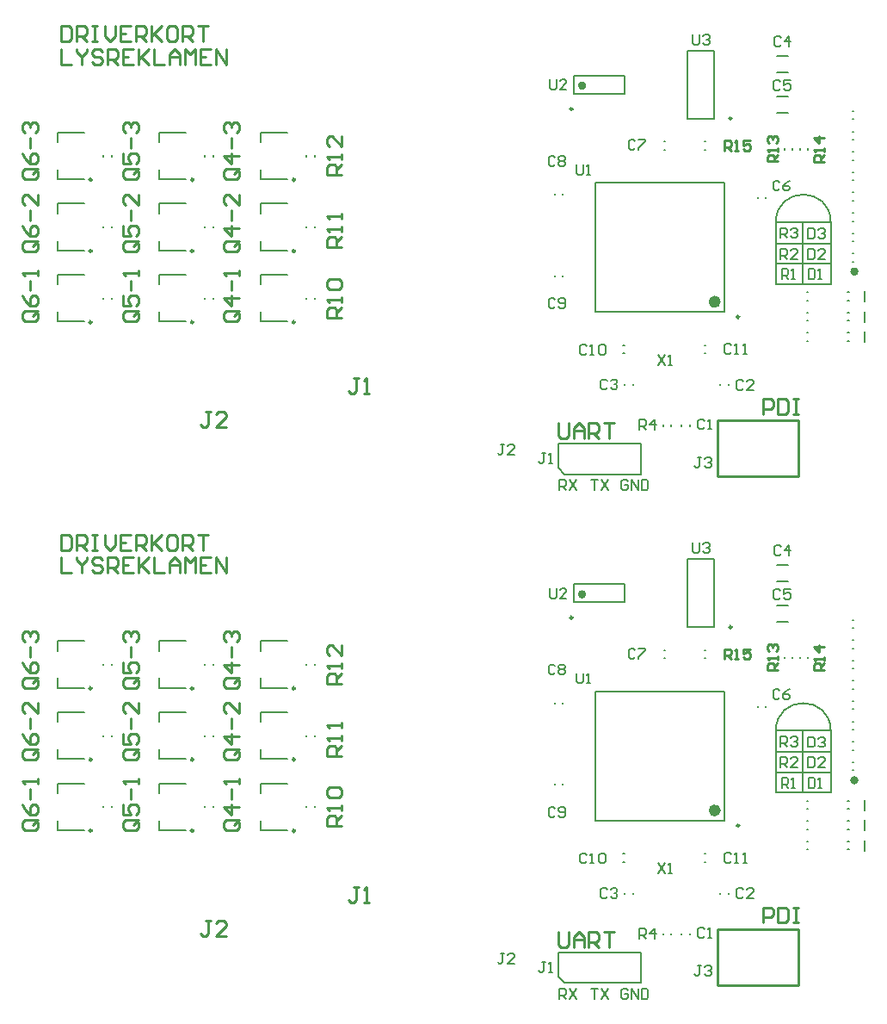
<source format=gto>
G04 Layer_Color=65535*
%FSLAX25Y25*%
%MOIN*%
G70*
G01*
G75*
%ADD24C,0.00787*%
%ADD25C,0.01575*%
%ADD26C,0.02362*%
%ADD35C,0.00984*%
%ADD36C,0.01000*%
D24*
X341634Y112205D02*
G03*
X320374Y112205I-10630J0D01*
G01*
X350197Y155118D02*
X350591D01*
X350197Y151969D02*
X350591D01*
X350197Y147244D02*
X350591D01*
X350197Y144095D02*
X350591D01*
X350197Y139370D02*
X350591D01*
X350197Y136221D02*
X350591D01*
X350197Y131496D02*
X350591D01*
X350197Y128347D02*
X350591D01*
X350197Y123622D02*
X350591D01*
X350197Y120473D02*
X350591D01*
X350197Y115748D02*
X350591D01*
X350197Y112599D02*
X350591D01*
X350197Y107874D02*
X350591D01*
X350197Y104725D02*
X350591D01*
X350197Y100000D02*
X350591D01*
X350197Y96851D02*
X350591D01*
X250591Y127362D02*
X300591D01*
X250591Y77362D02*
X300591D01*
X250591D02*
Y127362D01*
X300591Y77362D02*
Y127362D01*
X236063Y26378D02*
X267992D01*
X236063Y16988D02*
Y26378D01*
Y16988D02*
X238484Y14567D01*
X267992D01*
Y26378D01*
X286221Y178543D02*
X296457D01*
X286221Y152165D02*
X296457D01*
X286221D02*
Y178543D01*
X296457Y152165D02*
Y178543D01*
X242126Y161811D02*
X261811D01*
X242126Y168898D02*
X261811D01*
X242126Y161811D02*
Y168898D01*
X261811Y161811D02*
Y168898D01*
X279921Y33268D02*
Y33661D01*
X276772Y33268D02*
Y33661D01*
X332480Y85039D02*
X332874D01*
X332480Y81890D02*
X332874D01*
X332480Y77165D02*
X332874D01*
X332480Y74016D02*
X332874D01*
X332480Y69291D02*
X332874D01*
X332480Y66142D02*
X332874D01*
X348228Y81890D02*
X348622D01*
X348228Y85039D02*
X348622D01*
X354925Y81465D02*
Y85465D01*
X348228Y74016D02*
X348622D01*
X348228Y77165D02*
X348622D01*
X354925Y73591D02*
Y77591D01*
X348228Y66142D02*
X348622D01*
X348228Y69291D02*
X348622D01*
X354925Y65717D02*
Y69717D01*
X292717Y61417D02*
X293110D01*
X292717Y64567D02*
X293110D01*
X261221Y64567D02*
X261614D01*
X261221Y61417D02*
X261614D01*
X237795Y91142D02*
Y91536D01*
X234646Y91142D02*
Y91536D01*
X237795Y122638D02*
Y123032D01*
X234646Y122638D02*
Y123032D01*
X276969Y140158D02*
X277362D01*
X276969Y143307D02*
X277362D01*
X313386Y121358D02*
Y121752D01*
X316535Y121358D02*
Y121752D01*
X320669Y154331D02*
X325000D01*
X320669Y160630D02*
X325000D01*
X320669Y170079D02*
X325000D01*
X320669Y176378D02*
X325000D01*
X261811Y49016D02*
Y49409D01*
X264961Y49016D02*
Y49409D01*
X298819Y49016D02*
Y49409D01*
X301969Y49016D02*
Y49409D01*
X283858Y33268D02*
Y33661D01*
X287008Y33268D02*
Y33661D01*
X320374Y88189D02*
X341634D01*
Y112205D01*
X320374D02*
X341634D01*
X320374Y88189D02*
Y112205D01*
Y88189D02*
Y95965D01*
X341634D01*
X320374Y103937D02*
X341634D01*
X330709Y88189D02*
Y112205D01*
X320374Y103937D02*
Y109843D01*
X326772Y140256D02*
Y140650D01*
X323622Y140256D02*
Y140650D01*
X329724Y140256D02*
Y140650D01*
X332874Y140256D02*
Y140650D01*
X292618Y140158D02*
X293012D01*
X292618Y143307D02*
X293012D01*
X243209Y134448D02*
Y131168D01*
X243865Y130512D01*
X245177D01*
X245832Y131168D01*
Y134448D01*
X247144Y130512D02*
X248456D01*
X247800D01*
Y134448D01*
X247144Y133792D01*
X274902Y60826D02*
X277525Y56890D01*
Y60826D02*
X274902Y56890D01*
X278837D02*
X280149D01*
X279493D01*
Y60826D01*
X278837Y60170D01*
X288189Y184841D02*
Y181562D01*
X288845Y180906D01*
X290157D01*
X290813Y181562D01*
Y184841D01*
X292125Y184185D02*
X292781Y184841D01*
X294093D01*
X294749Y184185D01*
Y183529D01*
X294093Y182873D01*
X293437D01*
X294093D01*
X294749Y182218D01*
Y181562D01*
X294093Y180906D01*
X292781D01*
X292125Y181562D01*
X232677Y167322D02*
Y164042D01*
X233333Y163386D01*
X234645D01*
X235301Y164042D01*
Y167322D01*
X239237Y163386D02*
X236613D01*
X239237Y166010D01*
Y166666D01*
X238581Y167322D01*
X237269D01*
X236613Y166666D01*
X267421Y31693D02*
Y35629D01*
X269389D01*
X270045Y34973D01*
Y33661D01*
X269389Y33005D01*
X267421D01*
X268733D02*
X270045Y31693D01*
X273325D02*
Y35629D01*
X271357Y33661D01*
X273981D01*
X322244Y106004D02*
Y109940D01*
X324212D01*
X324868Y109284D01*
Y107972D01*
X324212Y107316D01*
X322244D01*
X323556D02*
X324868Y106004D01*
X326180Y109284D02*
X326836Y109940D01*
X328148D01*
X328804Y109284D01*
Y108628D01*
X328148Y107972D01*
X327492D01*
X328148D01*
X328804Y107316D01*
Y106660D01*
X328148Y106004D01*
X326836D01*
X326180Y106660D01*
X322244Y97933D02*
Y101869D01*
X324212D01*
X324868Y101213D01*
Y99901D01*
X324212Y99245D01*
X322244D01*
X323556D02*
X324868Y97933D01*
X328804D02*
X326180D01*
X328804Y100557D01*
Y101213D01*
X328148Y101869D01*
X326836D01*
X326180Y101213D01*
X322638Y90059D02*
Y93995D01*
X324606D01*
X325262Y93339D01*
Y92027D01*
X324606Y91371D01*
X322638D01*
X323950D02*
X325262Y90059D01*
X326574D02*
X327886D01*
X327229D01*
Y93995D01*
X326574Y93339D01*
X291502Y21160D02*
X290190D01*
X290846D01*
Y17880D01*
X290190Y17224D01*
X289534D01*
X288878Y17880D01*
X292814Y20504D02*
X293470Y21160D01*
X294782D01*
X295438Y20504D01*
Y19848D01*
X294782Y19192D01*
X294126D01*
X294782D01*
X295438Y18536D01*
Y17880D01*
X294782Y17224D01*
X293470D01*
X292814Y17880D01*
X215222Y25983D02*
X213910D01*
X214566D01*
Y22703D01*
X213910Y22047D01*
X213254D01*
X212598Y22703D01*
X219158Y22047D02*
X216534D01*
X219158Y24671D01*
Y25327D01*
X218502Y25983D01*
X217190D01*
X216534Y25327D01*
X231069Y22735D02*
X229757D01*
X230413D01*
Y19455D01*
X229757Y18799D01*
X229101D01*
X228445Y19455D01*
X232381Y18799D02*
X233693D01*
X233037D01*
Y22735D01*
X232381Y22079D01*
X332776Y109743D02*
Y105807D01*
X334743D01*
X335399Y106463D01*
Y109087D01*
X334743Y109743D01*
X332776D01*
X336711Y109087D02*
X337367Y109743D01*
X338679D01*
X339335Y109087D01*
Y108431D01*
X338679Y107775D01*
X338023D01*
X338679D01*
X339335Y107119D01*
Y106463D01*
X338679Y105807D01*
X337367D01*
X336711Y106463D01*
X332776Y101869D02*
Y97933D01*
X334743D01*
X335399Y98589D01*
Y101213D01*
X334743Y101869D01*
X332776D01*
X339335Y97933D02*
X336711D01*
X339335Y100557D01*
Y101213D01*
X338679Y101869D01*
X337367D01*
X336711Y101213D01*
X332973Y93995D02*
Y90059D01*
X334940D01*
X335596Y90715D01*
Y93339D01*
X334940Y93995D01*
X332973D01*
X336908Y90059D02*
X338220D01*
X337564D01*
Y93995D01*
X336908Y93339D01*
X303214Y64303D02*
X302558Y64959D01*
X301247D01*
X300591Y64303D01*
Y61680D01*
X301247Y61024D01*
X302558D01*
X303214Y61680D01*
X304526Y61024D02*
X305838D01*
X305182D01*
Y64959D01*
X304526Y64303D01*
X307806Y61024D02*
X309118D01*
X308462D01*
Y64959D01*
X307806Y64303D01*
X247112Y64107D02*
X246456Y64763D01*
X245144D01*
X244488Y64107D01*
Y61483D01*
X245144Y60827D01*
X246456D01*
X247112Y61483D01*
X248424Y60827D02*
X249736D01*
X249080D01*
Y64763D01*
X248424Y64107D01*
X251704D02*
X252360Y64763D01*
X253672D01*
X254328Y64107D01*
Y61483D01*
X253672Y60827D01*
X252360D01*
X251704Y61483D01*
Y64107D01*
X234907Y82020D02*
X234251Y82676D01*
X232939D01*
X232283Y82020D01*
Y79396D01*
X232939Y78740D01*
X234251D01*
X234907Y79396D01*
X236219D02*
X236875Y78740D01*
X238187D01*
X238843Y79396D01*
Y82020D01*
X238187Y82676D01*
X236875D01*
X236219Y82020D01*
Y81364D01*
X236875Y80708D01*
X238843D01*
X234907Y137138D02*
X234251Y137794D01*
X232939D01*
X232283Y137138D01*
Y134514D01*
X232939Y133858D01*
X234251D01*
X234907Y134514D01*
X236219Y137138D02*
X236875Y137794D01*
X238187D01*
X238843Y137138D01*
Y136482D01*
X238187Y135826D01*
X238843Y135170D01*
Y134514D01*
X238187Y133858D01*
X236875D01*
X236219Y134514D01*
Y135170D01*
X236875Y135826D01*
X236219Y136482D01*
Y137138D01*
X236875Y135826D02*
X238187D01*
X265911Y143339D02*
X265255Y143995D01*
X263943D01*
X263287Y143339D01*
Y140715D01*
X263943Y140059D01*
X265255D01*
X265911Y140715D01*
X267223Y143995D02*
X269847D01*
Y143339D01*
X267223Y140715D01*
Y140059D01*
X321915Y127591D02*
X321259Y128247D01*
X319947D01*
X319291Y127591D01*
Y124967D01*
X319947Y124311D01*
X321259D01*
X321915Y124967D01*
X325851Y128247D02*
X324539Y127591D01*
X323227Y126279D01*
Y124967D01*
X323883Y124311D01*
X325195D01*
X325851Y124967D01*
Y125623D01*
X325195Y126279D01*
X323227D01*
X322112Y166370D02*
X321456Y167026D01*
X320144D01*
X319488Y166370D01*
Y163747D01*
X320144Y163091D01*
X321456D01*
X322112Y163747D01*
X326048Y167026D02*
X323424D01*
Y165059D01*
X324736Y165714D01*
X325392D01*
X326048Y165059D01*
Y163747D01*
X325392Y163091D01*
X324080D01*
X323424Y163747D01*
X322309Y183300D02*
X321653Y183956D01*
X320341D01*
X319685Y183300D01*
Y180676D01*
X320341Y180020D01*
X321653D01*
X322309Y180676D01*
X325589Y180020D02*
Y183956D01*
X323621Y181988D01*
X326245D01*
X254986Y50622D02*
X254330Y51278D01*
X253018D01*
X252362Y50622D01*
Y47999D01*
X253018Y47343D01*
X254330D01*
X254986Y47999D01*
X256298Y50622D02*
X256954Y51278D01*
X258266D01*
X258922Y50622D01*
Y49966D01*
X258266Y49310D01*
X257610D01*
X258266D01*
X258922Y48654D01*
Y47999D01*
X258266Y47343D01*
X256954D01*
X256298Y47999D01*
X307742Y50524D02*
X307086Y51180D01*
X305774D01*
X305118Y50524D01*
Y47900D01*
X305774Y47244D01*
X307086D01*
X307742Y47900D01*
X311678Y47244D02*
X309054D01*
X311678Y49868D01*
Y50524D01*
X311022Y51180D01*
X309710D01*
X309054Y50524D01*
X292781Y35268D02*
X292125Y35924D01*
X290813D01*
X290158Y35268D01*
Y32644D01*
X290813Y31988D01*
X292125D01*
X292781Y32644D01*
X294093Y31988D02*
X295405D01*
X294749D01*
Y35924D01*
X294093Y35268D01*
X263057Y11744D02*
X262401Y12400D01*
X261089D01*
X260433Y11744D01*
Y9121D01*
X261089Y8465D01*
X262401D01*
X263057Y9121D01*
Y10432D01*
X261745D01*
X264369Y8465D02*
Y12400D01*
X266993Y8465D01*
Y12400D01*
X268305D02*
Y8465D01*
X270272D01*
X270928Y9121D01*
Y11744D01*
X270272Y12400D01*
X268305D01*
X248819D02*
X251443D01*
X250131D01*
Y8465D01*
X252755Y12400D02*
X255379Y8465D01*
Y12400D02*
X252755Y8465D01*
X236417D02*
Y12400D01*
X238385D01*
X239041Y11744D01*
Y10432D01*
X238385Y9777D01*
X236417D01*
X237729D02*
X239041Y8465D01*
X240353Y12400D02*
X242977Y8465D01*
Y12400D02*
X240353Y8465D01*
X341634Y309055D02*
G03*
X320374Y309055I-10630J0D01*
G01*
X350197Y351969D02*
X350591D01*
X350197Y348819D02*
X350591D01*
X350197Y344095D02*
X350591D01*
X350197Y340945D02*
X350591D01*
X350197Y336221D02*
X350591D01*
X350197Y333071D02*
X350591D01*
X350197Y328346D02*
X350591D01*
X350197Y325197D02*
X350591D01*
X350197Y320473D02*
X350591D01*
X350197Y317323D02*
X350591D01*
X350197Y312598D02*
X350591D01*
X350197Y309449D02*
X350591D01*
X350197Y304725D02*
X350591D01*
X350197Y301575D02*
X350591D01*
X350197Y296850D02*
X350591D01*
X350197Y293701D02*
X350591D01*
X250591Y324213D02*
X300591D01*
X250591Y274213D02*
X300591D01*
X250591D02*
Y324213D01*
X300591Y274213D02*
Y324213D01*
X236063Y223228D02*
X267992D01*
X236063Y213839D02*
Y223228D01*
Y213839D02*
X238484Y211417D01*
X267992D01*
Y223228D01*
X286221Y375394D02*
X296457D01*
X286221Y349016D02*
X296457D01*
X286221D02*
Y375394D01*
X296457Y349016D02*
Y375394D01*
X242126Y358662D02*
X261811D01*
X242126Y365748D02*
X261811D01*
X242126Y358662D02*
Y365748D01*
X261811Y358662D02*
Y365748D01*
X279921Y230118D02*
Y230512D01*
X276772Y230118D02*
Y230512D01*
X332480Y281890D02*
X332874D01*
X332480Y278740D02*
X332874D01*
X332480Y274016D02*
X332874D01*
X332480Y270866D02*
X332874D01*
X332480Y266142D02*
X332874D01*
X332480Y262992D02*
X332874D01*
X348228Y278740D02*
X348622D01*
X348228Y281890D02*
X348622D01*
X354925Y278315D02*
Y282315D01*
X348228Y270866D02*
X348622D01*
X348228Y274016D02*
X348622D01*
X354925Y270441D02*
Y274441D01*
X348228Y262992D02*
X348622D01*
X348228Y266142D02*
X348622D01*
X354925Y262567D02*
Y266567D01*
X292717Y258268D02*
X293110D01*
X292717Y261417D02*
X293110D01*
X261221Y261417D02*
X261614D01*
X261221Y258268D02*
X261614D01*
X237795Y287992D02*
Y288386D01*
X234646Y287992D02*
Y288386D01*
X237795Y319488D02*
Y319882D01*
X234646Y319488D02*
Y319882D01*
X276969Y337008D02*
X277362D01*
X276969Y340158D02*
X277362D01*
X313386Y318209D02*
Y318602D01*
X316535Y318209D02*
Y318602D01*
X320669Y351181D02*
X325000D01*
X320669Y357480D02*
X325000D01*
X320669Y366929D02*
X325000D01*
X320669Y373228D02*
X325000D01*
X261811Y245866D02*
Y246260D01*
X264961Y245866D02*
Y246260D01*
X298819Y245866D02*
Y246260D01*
X301969Y245866D02*
Y246260D01*
X283858Y230118D02*
Y230512D01*
X287008Y230118D02*
Y230512D01*
X320374Y285039D02*
X341634D01*
Y309055D01*
X320374D02*
X341634D01*
X320374Y285039D02*
Y309055D01*
Y285039D02*
Y292815D01*
X341634D01*
X320374Y300787D02*
X341634D01*
X330709Y285039D02*
Y309055D01*
X320374Y300787D02*
Y306693D01*
X326772Y337106D02*
Y337500D01*
X323622Y337106D02*
Y337500D01*
X329724Y337106D02*
Y337500D01*
X332874Y337106D02*
Y337500D01*
X292618Y337008D02*
X293012D01*
X292618Y340158D02*
X293012D01*
X243209Y331298D02*
Y328018D01*
X243865Y327362D01*
X245177D01*
X245832Y328018D01*
Y331298D01*
X247144Y327362D02*
X248456D01*
X247800D01*
Y331298D01*
X247144Y330642D01*
X274902Y257676D02*
X277525Y253740D01*
Y257676D02*
X274902Y253740D01*
X278837D02*
X280149D01*
X279493D01*
Y257676D01*
X278837Y257020D01*
X288189Y381692D02*
Y378412D01*
X288845Y377756D01*
X290157D01*
X290813Y378412D01*
Y381692D01*
X292125Y381036D02*
X292781Y381692D01*
X294093D01*
X294749Y381036D01*
Y380380D01*
X294093Y379724D01*
X293437D01*
X294093D01*
X294749Y379068D01*
Y378412D01*
X294093Y377756D01*
X292781D01*
X292125Y378412D01*
X232677Y364172D02*
Y360892D01*
X233333Y360236D01*
X234645D01*
X235301Y360892D01*
Y364172D01*
X239237Y360236D02*
X236613D01*
X239237Y362860D01*
Y363516D01*
X238581Y364172D01*
X237269D01*
X236613Y363516D01*
X267421Y228543D02*
Y232479D01*
X269389D01*
X270045Y231823D01*
Y230511D01*
X269389Y229855D01*
X267421D01*
X268733D02*
X270045Y228543D01*
X273325D02*
Y232479D01*
X271357Y230511D01*
X273981D01*
X322244Y302854D02*
Y306790D01*
X324212D01*
X324868Y306134D01*
Y304822D01*
X324212Y304166D01*
X322244D01*
X323556D02*
X324868Y302854D01*
X326180Y306134D02*
X326836Y306790D01*
X328148D01*
X328804Y306134D01*
Y305478D01*
X328148Y304822D01*
X327492D01*
X328148D01*
X328804Y304166D01*
Y303510D01*
X328148Y302854D01*
X326836D01*
X326180Y303510D01*
X322244Y294783D02*
Y298719D01*
X324212D01*
X324868Y298063D01*
Y296751D01*
X324212Y296095D01*
X322244D01*
X323556D02*
X324868Y294783D01*
X328804D02*
X326180D01*
X328804Y297407D01*
Y298063D01*
X328148Y298719D01*
X326836D01*
X326180Y298063D01*
X322638Y286910D02*
Y290845D01*
X324606D01*
X325262Y290189D01*
Y288877D01*
X324606Y288221D01*
X322638D01*
X323950D02*
X325262Y286910D01*
X326574D02*
X327886D01*
X327229D01*
Y290845D01*
X326574Y290189D01*
X291502Y218011D02*
X290190D01*
X290846D01*
Y214731D01*
X290190Y214075D01*
X289534D01*
X288878Y214731D01*
X292814Y217355D02*
X293470Y218011D01*
X294782D01*
X295438Y217355D01*
Y216699D01*
X294782Y216043D01*
X294126D01*
X294782D01*
X295438Y215387D01*
Y214731D01*
X294782Y214075D01*
X293470D01*
X292814Y214731D01*
X215222Y222833D02*
X213910D01*
X214566D01*
Y219554D01*
X213910Y218898D01*
X213254D01*
X212598Y219554D01*
X219158Y218898D02*
X216534D01*
X219158Y221521D01*
Y222178D01*
X218502Y222833D01*
X217190D01*
X216534Y222178D01*
X231069Y219585D02*
X229757D01*
X230413D01*
Y216306D01*
X229757Y215650D01*
X229101D01*
X228445Y216306D01*
X232381Y215650D02*
X233693D01*
X233037D01*
Y219585D01*
X232381Y218929D01*
X332776Y306593D02*
Y302658D01*
X334743D01*
X335399Y303313D01*
Y305937D01*
X334743Y306593D01*
X332776D01*
X336711Y305937D02*
X337367Y306593D01*
X338679D01*
X339335Y305937D01*
Y305281D01*
X338679Y304625D01*
X338023D01*
X338679D01*
X339335Y303970D01*
Y303313D01*
X338679Y302658D01*
X337367D01*
X336711Y303313D01*
X332776Y298719D02*
Y294783D01*
X334743D01*
X335399Y295440D01*
Y298063D01*
X334743Y298719D01*
X332776D01*
X339335Y294783D02*
X336711D01*
X339335Y297407D01*
Y298063D01*
X338679Y298719D01*
X337367D01*
X336711Y298063D01*
X332973Y290845D02*
Y286910D01*
X334940D01*
X335596Y287565D01*
Y290189D01*
X334940Y290845D01*
X332973D01*
X336908Y286910D02*
X338220D01*
X337564D01*
Y290845D01*
X336908Y290189D01*
X303214Y261154D02*
X302558Y261810D01*
X301247D01*
X300591Y261154D01*
Y258530D01*
X301247Y257874D01*
X302558D01*
X303214Y258530D01*
X304526Y257874D02*
X305838D01*
X305182D01*
Y261810D01*
X304526Y261154D01*
X307806Y257874D02*
X309118D01*
X308462D01*
Y261810D01*
X307806Y261154D01*
X247112Y260957D02*
X246456Y261613D01*
X245144D01*
X244488Y260957D01*
Y258333D01*
X245144Y257677D01*
X246456D01*
X247112Y258333D01*
X248424Y257677D02*
X249736D01*
X249080D01*
Y261613D01*
X248424Y260957D01*
X251704D02*
X252360Y261613D01*
X253672D01*
X254328Y260957D01*
Y258333D01*
X253672Y257677D01*
X252360D01*
X251704Y258333D01*
Y260957D01*
X234907Y278870D02*
X234251Y279526D01*
X232939D01*
X232283Y278870D01*
Y276247D01*
X232939Y275591D01*
X234251D01*
X234907Y276247D01*
X236219D02*
X236875Y275591D01*
X238187D01*
X238843Y276247D01*
Y278870D01*
X238187Y279526D01*
X236875D01*
X236219Y278870D01*
Y278214D01*
X236875Y277558D01*
X238843D01*
X234907Y333988D02*
X234251Y334645D01*
X232939D01*
X232283Y333988D01*
Y331365D01*
X232939Y330709D01*
X234251D01*
X234907Y331365D01*
X236219Y333988D02*
X236875Y334645D01*
X238187D01*
X238843Y333988D01*
Y333332D01*
X238187Y332677D01*
X238843Y332021D01*
Y331365D01*
X238187Y330709D01*
X236875D01*
X236219Y331365D01*
Y332021D01*
X236875Y332677D01*
X236219Y333332D01*
Y333988D01*
X236875Y332677D02*
X238187D01*
X265911Y340189D02*
X265255Y340845D01*
X263943D01*
X263287Y340189D01*
Y337565D01*
X263943Y336910D01*
X265255D01*
X265911Y337565D01*
X267223Y340845D02*
X269847D01*
Y340189D01*
X267223Y337565D01*
Y336910D01*
X321915Y324441D02*
X321259Y325097D01*
X319947D01*
X319291Y324441D01*
Y321817D01*
X319947Y321162D01*
X321259D01*
X321915Y321817D01*
X325851Y325097D02*
X324539Y324441D01*
X323227Y323129D01*
Y321817D01*
X323883Y321162D01*
X325195D01*
X325851Y321817D01*
Y322473D01*
X325195Y323129D01*
X323227D01*
X322112Y363221D02*
X321456Y363877D01*
X320144D01*
X319488Y363221D01*
Y360597D01*
X320144Y359941D01*
X321456D01*
X322112Y360597D01*
X326048Y363877D02*
X323424D01*
Y361909D01*
X324736Y362565D01*
X325392D01*
X326048Y361909D01*
Y360597D01*
X325392Y359941D01*
X324080D01*
X323424Y360597D01*
X322309Y380150D02*
X321653Y380806D01*
X320341D01*
X319685Y380150D01*
Y377526D01*
X320341Y376870D01*
X321653D01*
X322309Y377526D01*
X325589Y376870D02*
Y380806D01*
X323621Y378838D01*
X326245D01*
X254986Y247473D02*
X254330Y248129D01*
X253018D01*
X252362Y247473D01*
Y244849D01*
X253018Y244193D01*
X254330D01*
X254986Y244849D01*
X256298Y247473D02*
X256954Y248129D01*
X258266D01*
X258922Y247473D01*
Y246817D01*
X258266Y246161D01*
X257610D01*
X258266D01*
X258922Y245505D01*
Y244849D01*
X258266Y244193D01*
X256954D01*
X256298Y244849D01*
X307742Y247374D02*
X307086Y248030D01*
X305774D01*
X305118Y247374D01*
Y244750D01*
X305774Y244095D01*
X307086D01*
X307742Y244750D01*
X311678Y244095D02*
X309054D01*
X311678Y246718D01*
Y247374D01*
X311022Y248030D01*
X309710D01*
X309054Y247374D01*
X292781Y232118D02*
X292125Y232774D01*
X290813D01*
X290158Y232118D01*
Y229495D01*
X290813Y228839D01*
X292125D01*
X292781Y229495D01*
X294093Y228839D02*
X295405D01*
X294749D01*
Y232774D01*
X294093Y232118D01*
X263057Y208595D02*
X262401Y209251D01*
X261089D01*
X260433Y208595D01*
Y205971D01*
X261089Y205315D01*
X262401D01*
X263057Y205971D01*
Y207283D01*
X261745D01*
X264369Y205315D02*
Y209251D01*
X266993Y205315D01*
Y209251D01*
X268305D02*
Y205315D01*
X270272D01*
X270928Y205971D01*
Y208595D01*
X270272Y209251D01*
X268305D01*
X248819D02*
X251443D01*
X250131D01*
Y205315D01*
X252755Y209251D02*
X255379Y205315D01*
Y209251D02*
X252755Y205315D01*
X236417D02*
Y209251D01*
X238385D01*
X239041Y208595D01*
Y207283D01*
X238385Y206627D01*
X236417D01*
X237729D02*
X239041Y205315D01*
X240353Y209251D02*
X242977Y205315D01*
Y209251D02*
X240353Y205315D01*
X62992Y137599D02*
Y137992D01*
X59843Y137599D02*
Y137992D01*
X102362Y137599D02*
Y137992D01*
X99213Y137599D02*
Y137992D01*
X102362Y110039D02*
Y110433D01*
X99213Y110039D02*
Y110433D01*
X102362Y82480D02*
Y82874D01*
X99213Y82480D02*
Y82874D01*
X42037Y87992D02*
Y91732D01*
X52274D01*
X42037Y73622D02*
Y77362D01*
Y73622D02*
X52274D01*
X42037Y115551D02*
Y119291D01*
X52274D01*
X42037Y101181D02*
Y104921D01*
Y101181D02*
X52274D01*
X42037Y143110D02*
Y146851D01*
X52274D01*
X42037Y128740D02*
Y132480D01*
Y128740D02*
X52274D01*
X62992Y82480D02*
Y82874D01*
X59843Y82480D02*
Y82874D01*
X62992Y110039D02*
Y110433D01*
X59843Y110039D02*
Y110433D01*
X81407Y143110D02*
Y146851D01*
X91644D01*
X81407Y128740D02*
Y132480D01*
Y128740D02*
X91644D01*
X81407Y115551D02*
Y119291D01*
X91644D01*
X81407Y101181D02*
Y104921D01*
Y101181D02*
X91644D01*
X81407Y87992D02*
Y91732D01*
X91644D01*
X81407Y73622D02*
Y77362D01*
Y73622D02*
X91644D01*
X120778Y87992D02*
Y91732D01*
X131014D01*
X120778Y73622D02*
Y77362D01*
Y73622D02*
X131014D01*
X120778Y115551D02*
Y119291D01*
X131014D01*
X120778Y101181D02*
Y104921D01*
Y101181D02*
X131014D01*
X120778Y143110D02*
Y146851D01*
X131014D01*
X120778Y128740D02*
Y132480D01*
Y128740D02*
X131014D01*
X141732Y137599D02*
Y137992D01*
X138583Y137599D02*
Y137992D01*
X141732Y110039D02*
Y110433D01*
X138583Y110039D02*
Y110433D01*
X141732Y82480D02*
Y82874D01*
X138583Y82480D02*
Y82874D01*
X62992Y334449D02*
Y334843D01*
X59843Y334449D02*
Y334843D01*
X102362Y334449D02*
Y334843D01*
X99213Y334449D02*
Y334843D01*
X102362Y306890D02*
Y307283D01*
X99213Y306890D02*
Y307283D01*
X102362Y279331D02*
Y279725D01*
X99213Y279331D02*
Y279725D01*
X42037Y284843D02*
Y288583D01*
X52274D01*
X42037Y270473D02*
Y274213D01*
Y270473D02*
X52274D01*
X42037Y312402D02*
Y316142D01*
X52274D01*
X42037Y298031D02*
Y301772D01*
Y298031D02*
X52274D01*
X42037Y339961D02*
Y343701D01*
X52274D01*
X42037Y325591D02*
Y329331D01*
Y325591D02*
X52274D01*
X62992Y279331D02*
Y279725D01*
X59843Y279331D02*
Y279725D01*
X62992Y306890D02*
Y307283D01*
X59843Y306890D02*
Y307283D01*
X81407Y339961D02*
Y343701D01*
X91644D01*
X81407Y325591D02*
Y329331D01*
Y325591D02*
X91644D01*
X81407Y312402D02*
Y316142D01*
X91644D01*
X81407Y298031D02*
Y301772D01*
Y298031D02*
X91644D01*
X81407Y284843D02*
Y288583D01*
X91644D01*
X81407Y270473D02*
Y274213D01*
Y270473D02*
X91644D01*
X120778Y284843D02*
Y288583D01*
X131014D01*
X120778Y270473D02*
Y274213D01*
Y270473D02*
X131014D01*
X120778Y312402D02*
Y316142D01*
X131014D01*
X120778Y298031D02*
Y301772D01*
Y298031D02*
X131014D01*
X120778Y339961D02*
Y343701D01*
X131014D01*
X120778Y325591D02*
Y329331D01*
Y325591D02*
X131014D01*
X141732Y334449D02*
Y334843D01*
X138583Y334449D02*
Y334843D01*
X141732Y306890D02*
Y307283D01*
X138583Y306890D02*
Y307283D01*
X141732Y279331D02*
Y279725D01*
X138583Y279331D02*
Y279725D01*
D25*
X246063Y164961D02*
G03*
X246063Y164961I-787J0D01*
G01*
X351575Y93012D02*
G03*
X351575Y93012I-787J0D01*
G01*
X246063Y361811D02*
G03*
X246063Y361811I-787J0D01*
G01*
X351575Y289862D02*
G03*
X351575Y289862I-787J0D01*
G01*
D26*
X297835Y81299D02*
G03*
X297835Y81299I-1181J0D01*
G01*
Y278150D02*
G03*
X297835Y278150I-1181J0D01*
G01*
D35*
X306201Y75492D02*
G03*
X306201Y75492I-492J0D01*
G01*
X303248Y152264D02*
G03*
X303248Y152264I-492J0D01*
G01*
X241614Y155906D02*
G03*
X241614Y155906I-492J0D01*
G01*
X306201Y272343D02*
G03*
X306201Y272343I-492J0D01*
G01*
X303248Y349114D02*
G03*
X303248Y349114I-492J0D01*
G01*
X241614Y352756D02*
G03*
X241614Y352756I-492J0D01*
G01*
X55325Y73425D02*
G03*
X55325Y73425I-492J0D01*
G01*
Y100984D02*
G03*
X55325Y100984I-492J0D01*
G01*
Y128543D02*
G03*
X55325Y128543I-492J0D01*
G01*
X94695D02*
G03*
X94695Y128543I-492J0D01*
G01*
Y100984D02*
G03*
X94695Y100984I-492J0D01*
G01*
Y73425D02*
G03*
X94695Y73425I-492J0D01*
G01*
X134065D02*
G03*
X134065Y73425I-492J0D01*
G01*
Y100984D02*
G03*
X134065Y100984I-492J0D01*
G01*
Y128543D02*
G03*
X134065Y128543I-492J0D01*
G01*
X55325Y270276D02*
G03*
X55325Y270276I-492J0D01*
G01*
Y297835D02*
G03*
X55325Y297835I-492J0D01*
G01*
Y325394D02*
G03*
X55325Y325394I-492J0D01*
G01*
X94695D02*
G03*
X94695Y325394I-492J0D01*
G01*
Y297835D02*
G03*
X94695Y297835I-492J0D01*
G01*
Y270276D02*
G03*
X94695Y270276I-492J0D01*
G01*
X134065D02*
G03*
X134065Y270276I-492J0D01*
G01*
Y297835D02*
G03*
X134065Y297835I-492J0D01*
G01*
Y325394D02*
G03*
X134065Y325394I-492J0D01*
G01*
D36*
X329134Y13780D02*
Y35433D01*
X327953D02*
X329134D01*
X297638D02*
X327953D01*
X297638Y13780D02*
Y35433D01*
Y13780D02*
X329134D01*
X339173Y135532D02*
X335238D01*
Y137499D01*
X335894Y138155D01*
X337205D01*
X337861Y137499D01*
Y135532D01*
Y136844D02*
X339173Y138155D01*
Y139467D02*
Y140779D01*
Y140123D01*
X335238D01*
X335894Y139467D01*
X339173Y144715D02*
X335238D01*
X337205Y142747D01*
Y145371D01*
X321063Y135630D02*
X317127D01*
Y137598D01*
X317783Y138254D01*
X319095D01*
X319751Y137598D01*
Y135630D01*
Y136942D02*
X321063Y138254D01*
Y139566D02*
Y140878D01*
Y140222D01*
X317127D01*
X317783Y139566D01*
Y142845D02*
X317127Y143501D01*
Y144813D01*
X317783Y145469D01*
X318439D01*
X319095Y144813D01*
Y144157D01*
Y144813D01*
X319751Y145469D01*
X320407D01*
X321063Y144813D01*
Y143501D01*
X320407Y142845D01*
X300591Y139862D02*
Y143798D01*
X302558D01*
X303214Y143142D01*
Y141830D01*
X302558Y141174D01*
X300591D01*
X301903D02*
X303214Y139862D01*
X304526D02*
X305838D01*
X305182D01*
Y143798D01*
X304526Y143142D01*
X310430Y143798D02*
X307806D01*
Y141830D01*
X309118Y142486D01*
X309774D01*
X310430Y141830D01*
Y140518D01*
X309774Y139862D01*
X308462D01*
X307806Y140518D01*
X236122Y34349D02*
Y29429D01*
X237106Y28445D01*
X239074D01*
X240058Y29429D01*
Y34349D01*
X242026Y28445D02*
Y32381D01*
X243994Y34349D01*
X245961Y32381D01*
Y28445D01*
Y31397D01*
X242026D01*
X247929Y28445D02*
Y34349D01*
X250881D01*
X251865Y33365D01*
Y31397D01*
X250881Y30413D01*
X247929D01*
X249897D02*
X251865Y28445D01*
X253833Y34349D02*
X257769D01*
X255801D01*
Y28445D01*
X315354Y37894D02*
Y43797D01*
X318306D01*
X319290Y42813D01*
Y40846D01*
X318306Y39862D01*
X315354D01*
X321258Y43797D02*
Y37894D01*
X324210D01*
X325194Y38878D01*
Y42813D01*
X324210Y43797D01*
X321258D01*
X327162D02*
X329129D01*
X328146D01*
Y37894D01*
X327162D01*
X329129D01*
X329134Y210630D02*
Y232283D01*
X327953D02*
X329134D01*
X297638D02*
X327953D01*
X297638Y210630D02*
Y232283D01*
Y210630D02*
X329134D01*
X339173Y332382D02*
X335238D01*
Y334350D01*
X335894Y335006D01*
X337205D01*
X337861Y334350D01*
Y332382D01*
Y333694D02*
X339173Y335006D01*
Y336318D02*
Y337630D01*
Y336974D01*
X335238D01*
X335894Y336318D01*
X339173Y341565D02*
X335238D01*
X337205Y339598D01*
Y342221D01*
X321063Y332480D02*
X317127D01*
Y334448D01*
X317783Y335104D01*
X319095D01*
X319751Y334448D01*
Y332480D01*
Y333792D02*
X321063Y335104D01*
Y336416D02*
Y337728D01*
Y337072D01*
X317127D01*
X317783Y336416D01*
Y339696D02*
X317127Y340352D01*
Y341664D01*
X317783Y342320D01*
X318439D01*
X319095Y341664D01*
Y341008D01*
Y341664D01*
X319751Y342320D01*
X320407D01*
X321063Y341664D01*
Y340352D01*
X320407Y339696D01*
X300591Y336713D02*
Y340648D01*
X302558D01*
X303214Y339992D01*
Y338681D01*
X302558Y338025D01*
X300591D01*
X301903D02*
X303214Y336713D01*
X304526D02*
X305838D01*
X305182D01*
Y340648D01*
X304526Y339992D01*
X310430Y340648D02*
X307806D01*
Y338681D01*
X309118Y339336D01*
X309774D01*
X310430Y338681D01*
Y337369D01*
X309774Y336713D01*
X308462D01*
X307806Y337369D01*
X236122Y231199D02*
Y226279D01*
X237106Y225295D01*
X239074D01*
X240058Y226279D01*
Y231199D01*
X242026Y225295D02*
Y229231D01*
X243994Y231199D01*
X245961Y229231D01*
Y225295D01*
Y228247D01*
X242026D01*
X247929Y225295D02*
Y231199D01*
X250881D01*
X251865Y230215D01*
Y228247D01*
X250881Y227263D01*
X247929D01*
X249897D02*
X251865Y225295D01*
X253833Y231199D02*
X257769D01*
X255801D01*
Y225295D01*
X315354Y234744D02*
Y240648D01*
X318306D01*
X319290Y239664D01*
Y237696D01*
X318306Y236712D01*
X315354D01*
X321258Y240648D02*
Y234744D01*
X324210D01*
X325194Y235728D01*
Y239664D01*
X324210Y240648D01*
X321258D01*
X327162D02*
X329129D01*
X328146D01*
Y234744D01*
X327162D01*
X329129D01*
X152264Y130315D02*
X146266D01*
Y133314D01*
X147265Y134314D01*
X149265D01*
X150264Y133314D01*
Y130315D01*
Y132314D02*
X152264Y134314D01*
Y136313D02*
Y138312D01*
Y137313D01*
X146266D01*
X147265Y136313D01*
X152264Y145310D02*
Y141311D01*
X148265Y145310D01*
X147265D01*
X146266Y144310D01*
Y142311D01*
X147265Y141311D01*
X152264Y102461D02*
X146266D01*
Y105460D01*
X147265Y106459D01*
X149265D01*
X150264Y105460D01*
Y102461D01*
Y104460D02*
X152264Y106459D01*
Y108459D02*
Y110458D01*
Y109458D01*
X146266D01*
X147265Y108459D01*
X152264Y113457D02*
Y115456D01*
Y114457D01*
X146266D01*
X147265Y113457D01*
X152264Y75197D02*
X146266D01*
Y78196D01*
X147265Y79195D01*
X149265D01*
X150264Y78196D01*
Y75197D01*
Y77196D02*
X152264Y79195D01*
Y81195D02*
Y83194D01*
Y82195D01*
X146266D01*
X147265Y81195D01*
Y86193D02*
X146266Y87193D01*
Y89192D01*
X147265Y90192D01*
X151264D01*
X152264Y89192D01*
Y87193D01*
X151264Y86193D01*
X147265D01*
X33449Y132739D02*
X29450D01*
X28451Y131739D01*
Y129740D01*
X29450Y128740D01*
X33449D01*
X34449Y129740D01*
Y131739D01*
X32449Y130739D02*
X34449Y132739D01*
Y131739D02*
X33449Y132739D01*
X28451Y138737D02*
X29450Y136738D01*
X31450Y134738D01*
X33449D01*
X34449Y135738D01*
Y137737D01*
X33449Y138737D01*
X32449D01*
X31450Y137737D01*
Y134738D01*
Y140736D02*
Y144735D01*
X29450Y146734D02*
X28451Y147734D01*
Y149733D01*
X29450Y150733D01*
X30450D01*
X31450Y149733D01*
Y148734D01*
Y149733D01*
X32449Y150733D01*
X33449D01*
X34449Y149733D01*
Y147734D01*
X33449Y146734D01*
X33449Y104885D02*
X29450D01*
X28451Y103885D01*
Y101885D01*
X29450Y100886D01*
X33449D01*
X34449Y101885D01*
Y103885D01*
X32449Y102885D02*
X34449Y104885D01*
Y103885D02*
X33449Y104885D01*
X28451Y110882D02*
X29450Y108883D01*
X31450Y106884D01*
X33449D01*
X34449Y107884D01*
Y109883D01*
X33449Y110882D01*
X32449D01*
X31450Y109883D01*
Y106884D01*
Y112882D02*
Y116881D01*
X34449Y122879D02*
Y118880D01*
X30450Y122879D01*
X29450D01*
X28451Y121879D01*
Y119880D01*
X29450Y118880D01*
X33449Y77621D02*
X29450D01*
X28451Y76621D01*
Y74622D01*
X29450Y73622D01*
X33449D01*
X34449Y74622D01*
Y76621D01*
X32449Y75621D02*
X34449Y77621D01*
Y76621D02*
X33449Y77621D01*
X28451Y83619D02*
X29450Y81619D01*
X31450Y79620D01*
X33449D01*
X34449Y80620D01*
Y82619D01*
X33449Y83619D01*
X32449D01*
X31450Y82619D01*
Y79620D01*
Y85618D02*
Y89617D01*
X34449Y91616D02*
Y93616D01*
Y92616D01*
X28451D01*
X29450Y91616D01*
X72426Y132739D02*
X68427D01*
X67427Y131739D01*
Y129740D01*
X68427Y128740D01*
X72426D01*
X73425Y129740D01*
Y131739D01*
X71426Y130739D02*
X73425Y132739D01*
Y131739D02*
X72426Y132739D01*
X67427Y138737D02*
Y134738D01*
X70426D01*
X69426Y136738D01*
Y137737D01*
X70426Y138737D01*
X72426D01*
X73425Y137737D01*
Y135738D01*
X72426Y134738D01*
X70426Y140736D02*
Y144735D01*
X68427Y146734D02*
X67427Y147734D01*
Y149733D01*
X68427Y150733D01*
X69426D01*
X70426Y149733D01*
Y148734D01*
Y149733D01*
X71426Y150733D01*
X72426D01*
X73425Y149733D01*
Y147734D01*
X72426Y146734D01*
X72426Y104885D02*
X68427D01*
X67427Y103885D01*
Y101885D01*
X68427Y100886D01*
X72426D01*
X73425Y101885D01*
Y103885D01*
X71426Y102885D02*
X73425Y104885D01*
Y103885D02*
X72426Y104885D01*
X67427Y110882D02*
Y106884D01*
X70426D01*
X69426Y108883D01*
Y109883D01*
X70426Y110882D01*
X72426D01*
X73425Y109883D01*
Y107884D01*
X72426Y106884D01*
X70426Y112882D02*
Y116881D01*
X73425Y122879D02*
Y118880D01*
X69426Y122879D01*
X68427D01*
X67427Y121879D01*
Y119880D01*
X68427Y118880D01*
X72426Y77621D02*
X68427D01*
X67427Y76621D01*
Y74622D01*
X68427Y73622D01*
X72426D01*
X73425Y74622D01*
Y76621D01*
X71426Y75621D02*
X73425Y77621D01*
Y76621D02*
X72426Y77621D01*
X67427Y83619D02*
Y79620D01*
X70426D01*
X69426Y81619D01*
Y82619D01*
X70426Y83619D01*
X72426D01*
X73425Y82619D01*
Y80620D01*
X72426Y79620D01*
X70426Y85618D02*
Y89617D01*
X73425Y91616D02*
Y93616D01*
Y92616D01*
X67427D01*
X68427Y91616D01*
X111402Y132739D02*
X107403D01*
X106404Y131739D01*
Y129740D01*
X107403Y128740D01*
X111402D01*
X112401Y129740D01*
Y131739D01*
X110402Y130739D02*
X112401Y132739D01*
Y131739D02*
X111402Y132739D01*
X112401Y137737D02*
X106404D01*
X109403Y134738D01*
Y138737D01*
Y140736D02*
Y144735D01*
X107403Y146734D02*
X106404Y147734D01*
Y149733D01*
X107403Y150733D01*
X108403D01*
X109403Y149733D01*
Y148734D01*
Y149733D01*
X110402Y150733D01*
X111402D01*
X112401Y149733D01*
Y147734D01*
X111402Y146734D01*
Y104885D02*
X107403D01*
X106404Y103885D01*
Y101885D01*
X107403Y100886D01*
X111402D01*
X112401Y101885D01*
Y103885D01*
X110402Y102885D02*
X112401Y104885D01*
Y103885D02*
X111402Y104885D01*
X112401Y109883D02*
X106404D01*
X109403Y106884D01*
Y110883D01*
Y112882D02*
Y116881D01*
X112401Y122879D02*
Y118880D01*
X108403Y122879D01*
X107403D01*
X106404Y121879D01*
Y119880D01*
X107403Y118880D01*
X111402Y77621D02*
X107403D01*
X106404Y76621D01*
Y74622D01*
X107403Y73622D01*
X111402D01*
X112401Y74622D01*
Y76621D01*
X110402Y75621D02*
X112401Y77621D01*
Y76621D02*
X111402Y77621D01*
X112401Y82619D02*
X106404D01*
X109403Y79620D01*
Y83619D01*
Y85618D02*
Y89617D01*
X112401Y91616D02*
Y93616D01*
Y92616D01*
X106404D01*
X107403Y91616D01*
X101440Y38675D02*
X99440D01*
X100440D01*
Y33677D01*
X99440Y32677D01*
X98441D01*
X97441Y33677D01*
X107438Y32677D02*
X103439D01*
X107438Y36676D01*
Y37675D01*
X106438Y38675D01*
X104439D01*
X103439Y37675D01*
X158723Y51766D02*
X156724D01*
X157723D01*
Y46767D01*
X156724Y45768D01*
X155724D01*
X154724Y46767D01*
X160722Y45768D02*
X162722D01*
X161722D01*
Y51766D01*
X160722Y50766D01*
X43307Y179226D02*
Y173228D01*
X47306D01*
X49305Y179226D02*
Y178227D01*
X51305Y176227D01*
X53304Y178227D01*
Y179226D01*
X51305Y176227D02*
Y173228D01*
X59302Y178227D02*
X58302Y179226D01*
X56303D01*
X55303Y178227D01*
Y177227D01*
X56303Y176227D01*
X58302D01*
X59302Y175228D01*
Y174228D01*
X58302Y173228D01*
X56303D01*
X55303Y174228D01*
X61301Y173228D02*
Y179226D01*
X64300D01*
X65300Y178227D01*
Y176227D01*
X64300Y175228D01*
X61301D01*
X63301D02*
X65300Y173228D01*
X71298Y179226D02*
X67299D01*
Y173228D01*
X71298D01*
X67299Y176227D02*
X69299D01*
X73297Y179226D02*
Y173228D01*
Y175228D01*
X77296Y179226D01*
X74297Y176227D01*
X77296Y173228D01*
X79295Y179226D02*
Y173228D01*
X83294D01*
X85294D02*
Y177227D01*
X87293Y179226D01*
X89292Y177227D01*
Y173228D01*
Y176227D01*
X85294D01*
X91292Y173228D02*
Y179226D01*
X93291Y177227D01*
X95290Y179226D01*
Y173228D01*
X101288Y179226D02*
X97290D01*
Y173228D01*
X101288D01*
X97290Y176227D02*
X99289D01*
X103288Y173228D02*
Y179226D01*
X107286Y173228D01*
Y179226D01*
X43307Y188085D02*
Y182087D01*
X46306D01*
X47306Y183086D01*
Y187085D01*
X46306Y188085D01*
X43307D01*
X49305Y182087D02*
Y188085D01*
X52304D01*
X53304Y187085D01*
Y185086D01*
X52304Y184086D01*
X49305D01*
X51304D02*
X53304Y182087D01*
X55303Y188085D02*
X57302D01*
X56303D01*
Y182087D01*
X55303D01*
X57302D01*
X60302Y188085D02*
Y184086D01*
X62301Y182087D01*
X64300Y184086D01*
Y188085D01*
X70298D02*
X66300D01*
Y182087D01*
X70298D01*
X66300Y185086D02*
X68299D01*
X72298Y182087D02*
Y188085D01*
X75297D01*
X76296Y187085D01*
Y185086D01*
X75297Y184086D01*
X72298D01*
X74297D02*
X76296Y182087D01*
X78296Y188085D02*
Y182087D01*
Y184086D01*
X82294Y188085D01*
X79295Y185086D01*
X82294Y182087D01*
X87293Y188085D02*
X85294D01*
X84294Y187085D01*
Y183086D01*
X85294Y182087D01*
X87293D01*
X88292Y183086D01*
Y187085D01*
X87293Y188085D01*
X90292Y182087D02*
Y188085D01*
X93291D01*
X94291Y187085D01*
Y185086D01*
X93291Y184086D01*
X90292D01*
X92291D02*
X94291Y182087D01*
X96290Y188085D02*
X100289D01*
X98289D01*
Y182087D01*
X152264Y327165D02*
X146266D01*
Y330164D01*
X147265Y331164D01*
X149265D01*
X150264Y330164D01*
Y327165D01*
Y329165D02*
X152264Y331164D01*
Y333163D02*
Y335163D01*
Y334163D01*
X146266D01*
X147265Y333163D01*
X152264Y342160D02*
Y338162D01*
X148265Y342160D01*
X147265D01*
X146266Y341161D01*
Y339161D01*
X147265Y338162D01*
X152264Y299311D02*
X146266D01*
Y302310D01*
X147265Y303310D01*
X149265D01*
X150264Y302310D01*
Y299311D01*
Y301310D02*
X152264Y303310D01*
Y305309D02*
Y307308D01*
Y306309D01*
X146266D01*
X147265Y305309D01*
X152264Y310307D02*
Y312307D01*
Y311307D01*
X146266D01*
X147265Y310307D01*
X152264Y272047D02*
X146266D01*
Y275046D01*
X147265Y276046D01*
X149265D01*
X150264Y275046D01*
Y272047D01*
Y274046D02*
X152264Y276046D01*
Y278045D02*
Y280045D01*
Y279045D01*
X146266D01*
X147265Y278045D01*
Y283044D02*
X146266Y284043D01*
Y286043D01*
X147265Y287042D01*
X151264D01*
X152264Y286043D01*
Y284043D01*
X151264Y283044D01*
X147265D01*
X33449Y329589D02*
X29450D01*
X28451Y328590D01*
Y326590D01*
X29450Y325590D01*
X33449D01*
X34449Y326590D01*
Y328590D01*
X32449Y327590D02*
X34449Y329589D01*
Y328590D02*
X33449Y329589D01*
X28451Y335587D02*
X29450Y333588D01*
X31450Y331589D01*
X33449D01*
X34449Y332588D01*
Y334588D01*
X33449Y335587D01*
X32449D01*
X31450Y334588D01*
Y331589D01*
Y337587D02*
Y341585D01*
X29450Y343585D02*
X28451Y344584D01*
Y346584D01*
X29450Y347583D01*
X30450D01*
X31450Y346584D01*
Y345584D01*
Y346584D01*
X32449Y347583D01*
X33449D01*
X34449Y346584D01*
Y344584D01*
X33449Y343585D01*
X33449Y301735D02*
X29450D01*
X28451Y300735D01*
Y298736D01*
X29450Y297736D01*
X33449D01*
X34449Y298736D01*
Y300735D01*
X32449Y299735D02*
X34449Y301735D01*
Y300735D02*
X33449Y301735D01*
X28451Y307733D02*
X29450Y305734D01*
X31450Y303734D01*
X33449D01*
X34449Y304734D01*
Y306733D01*
X33449Y307733D01*
X32449D01*
X31450Y306733D01*
Y303734D01*
Y309732D02*
Y313731D01*
X34449Y319729D02*
Y315730D01*
X30450Y319729D01*
X29450D01*
X28451Y318729D01*
Y316730D01*
X29450Y315730D01*
X33449Y274471D02*
X29450D01*
X28451Y273471D01*
Y271472D01*
X29450Y270472D01*
X33449D01*
X34449Y271472D01*
Y273471D01*
X32449Y272472D02*
X34449Y274471D01*
Y273471D02*
X33449Y274471D01*
X28451Y280469D02*
X29450Y278470D01*
X31450Y276470D01*
X33449D01*
X34449Y277470D01*
Y279469D01*
X33449Y280469D01*
X32449D01*
X31450Y279469D01*
Y276470D01*
Y282469D02*
Y286467D01*
X34449Y288467D02*
Y290466D01*
Y289466D01*
X28451D01*
X29450Y288467D01*
X72426Y329589D02*
X68427D01*
X67427Y328590D01*
Y326590D01*
X68427Y325590D01*
X72426D01*
X73425Y326590D01*
Y328590D01*
X71426Y327590D02*
X73425Y329589D01*
Y328590D02*
X72426Y329589D01*
X67427Y335587D02*
Y331589D01*
X70426D01*
X69426Y333588D01*
Y334588D01*
X70426Y335587D01*
X72426D01*
X73425Y334588D01*
Y332588D01*
X72426Y331589D01*
X70426Y337587D02*
Y341585D01*
X68427Y343585D02*
X67427Y344584D01*
Y346584D01*
X68427Y347583D01*
X69426D01*
X70426Y346584D01*
Y345584D01*
Y346584D01*
X71426Y347583D01*
X72426D01*
X73425Y346584D01*
Y344584D01*
X72426Y343585D01*
X72426Y301735D02*
X68427D01*
X67427Y300735D01*
Y298736D01*
X68427Y297736D01*
X72426D01*
X73425Y298736D01*
Y300735D01*
X71426Y299735D02*
X73425Y301735D01*
Y300735D02*
X72426Y301735D01*
X67427Y307733D02*
Y303734D01*
X70426D01*
X69426Y305734D01*
Y306733D01*
X70426Y307733D01*
X72426D01*
X73425Y306733D01*
Y304734D01*
X72426Y303734D01*
X70426Y309732D02*
Y313731D01*
X73425Y319729D02*
Y315730D01*
X69426Y319729D01*
X68427D01*
X67427Y318729D01*
Y316730D01*
X68427Y315730D01*
X72426Y274471D02*
X68427D01*
X67427Y273471D01*
Y271472D01*
X68427Y270472D01*
X72426D01*
X73425Y271472D01*
Y273471D01*
X71426Y272472D02*
X73425Y274471D01*
Y273471D02*
X72426Y274471D01*
X67427Y280469D02*
Y276470D01*
X70426D01*
X69426Y278470D01*
Y279469D01*
X70426Y280469D01*
X72426D01*
X73425Y279469D01*
Y277470D01*
X72426Y276470D01*
X70426Y282469D02*
Y286467D01*
X73425Y288467D02*
Y290466D01*
Y289466D01*
X67427D01*
X68427Y288467D01*
X111402Y329589D02*
X107403D01*
X106404Y328590D01*
Y326590D01*
X107403Y325590D01*
X111402D01*
X112401Y326590D01*
Y328590D01*
X110402Y327590D02*
X112401Y329589D01*
Y328590D02*
X111402Y329589D01*
X112401Y334588D02*
X106404D01*
X109403Y331589D01*
Y335587D01*
Y337587D02*
Y341585D01*
X107403Y343585D02*
X106404Y344584D01*
Y346584D01*
X107403Y347583D01*
X108403D01*
X109403Y346584D01*
Y345584D01*
Y346584D01*
X110402Y347583D01*
X111402D01*
X112401Y346584D01*
Y344584D01*
X111402Y343585D01*
Y301735D02*
X107403D01*
X106404Y300735D01*
Y298736D01*
X107403Y297736D01*
X111402D01*
X112401Y298736D01*
Y300735D01*
X110402Y299735D02*
X112401Y301735D01*
Y300735D02*
X111402Y301735D01*
X112401Y306733D02*
X106404D01*
X109403Y303734D01*
Y307733D01*
Y309732D02*
Y313731D01*
X112401Y319729D02*
Y315730D01*
X108403Y319729D01*
X107403D01*
X106404Y318729D01*
Y316730D01*
X107403Y315730D01*
X111402Y274471D02*
X107403D01*
X106404Y273471D01*
Y271472D01*
X107403Y270472D01*
X111402D01*
X112401Y271472D01*
Y273471D01*
X110402Y272472D02*
X112401Y274471D01*
Y273471D02*
X111402Y274471D01*
X112401Y279469D02*
X106404D01*
X109403Y276470D01*
Y280469D01*
Y282469D02*
Y286467D01*
X112401Y288467D02*
Y290466D01*
Y289466D01*
X106404D01*
X107403Y288467D01*
X101440Y235526D02*
X99440D01*
X100440D01*
Y230527D01*
X99440Y229527D01*
X98441D01*
X97441Y230527D01*
X107438Y229527D02*
X103439D01*
X107438Y233526D01*
Y234526D01*
X106438Y235526D01*
X104439D01*
X103439Y234526D01*
X158723Y248616D02*
X156724D01*
X157723D01*
Y243618D01*
X156724Y242618D01*
X155724D01*
X154724Y243618D01*
X160722Y242618D02*
X162722D01*
X161722D01*
Y248616D01*
X160722Y247616D01*
X43307Y376077D02*
Y370079D01*
X47306D01*
X49305Y376077D02*
Y375077D01*
X51305Y373078D01*
X53304Y375077D01*
Y376077D01*
X51305Y373078D02*
Y370079D01*
X59302Y375077D02*
X58302Y376077D01*
X56303D01*
X55303Y375077D01*
Y374078D01*
X56303Y373078D01*
X58302D01*
X59302Y372078D01*
Y371078D01*
X58302Y370079D01*
X56303D01*
X55303Y371078D01*
X61301Y370079D02*
Y376077D01*
X64300D01*
X65300Y375077D01*
Y373078D01*
X64300Y372078D01*
X61301D01*
X63301D02*
X65300Y370079D01*
X71298Y376077D02*
X67299D01*
Y370079D01*
X71298D01*
X67299Y373078D02*
X69299D01*
X73297Y376077D02*
Y370079D01*
Y372078D01*
X77296Y376077D01*
X74297Y373078D01*
X77296Y370079D01*
X79295Y376077D02*
Y370079D01*
X83294D01*
X85294D02*
Y374078D01*
X87293Y376077D01*
X89292Y374078D01*
Y370079D01*
Y373078D01*
X85294D01*
X91292Y370079D02*
Y376077D01*
X93291Y374078D01*
X95290Y376077D01*
Y370079D01*
X101288Y376077D02*
X97290D01*
Y370079D01*
X101288D01*
X97290Y373078D02*
X99289D01*
X103288Y370079D02*
Y376077D01*
X107286Y370079D01*
Y376077D01*
X43307Y384935D02*
Y378937D01*
X46306D01*
X47306Y379937D01*
Y383935D01*
X46306Y384935D01*
X43307D01*
X49305Y378937D02*
Y384935D01*
X52304D01*
X53304Y383935D01*
Y381936D01*
X52304Y380936D01*
X49305D01*
X51304D02*
X53304Y378937D01*
X55303Y384935D02*
X57302D01*
X56303D01*
Y378937D01*
X55303D01*
X57302D01*
X60302Y384935D02*
Y380936D01*
X62301Y378937D01*
X64300Y380936D01*
Y384935D01*
X70298D02*
X66300D01*
Y378937D01*
X70298D01*
X66300Y381936D02*
X68299D01*
X72298Y378937D02*
Y384935D01*
X75297D01*
X76296Y383935D01*
Y381936D01*
X75297Y380936D01*
X72298D01*
X74297D02*
X76296Y378937D01*
X78296Y384935D02*
Y378937D01*
Y380936D01*
X82294Y384935D01*
X79295Y381936D01*
X82294Y378937D01*
X87293Y384935D02*
X85294D01*
X84294Y383935D01*
Y379937D01*
X85294Y378937D01*
X87293D01*
X88292Y379937D01*
Y383935D01*
X87293Y384935D01*
X90292Y378937D02*
Y384935D01*
X93291D01*
X94291Y383935D01*
Y381936D01*
X93291Y380936D01*
X90292D01*
X92291D02*
X94291Y378937D01*
X96290Y384935D02*
X100289D01*
X98289D01*
Y378937D01*
M02*

</source>
